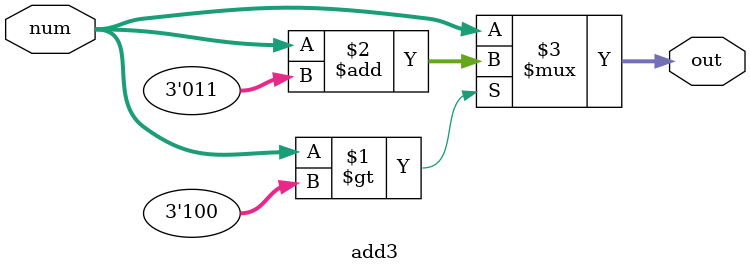
<source format=sv>
`timescale 1ns / 1ps


module add3(
    input [3:0] num,
    output [3:0] out
    );
    
    // Conditional that adds 3 to input if it is 5 or greater
    assign out = (num > 3'b100) ? (num + 3'b011) : num; 
    
endmodule

</source>
